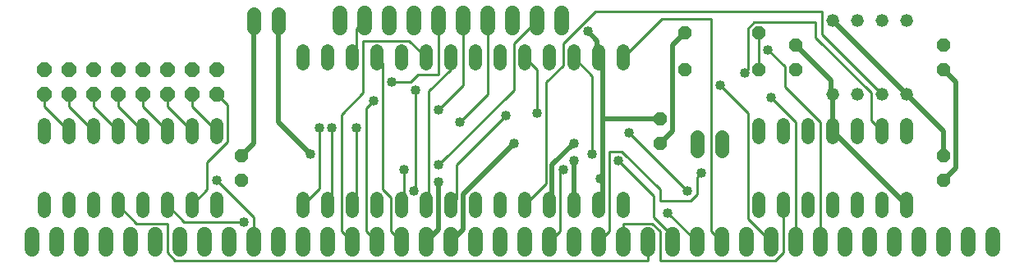
<source format=gbl>
G75*
%MOIN*%
%OFA0B0*%
%FSLAX24Y24*%
%IPPOS*%
%LPD*%
%AMOC8*
5,1,8,0,0,1.08239X$1,22.5*
%
%ADD10C,0.0520*%
%ADD11OC8,0.0600*%
%ADD12C,0.0600*%
%ADD13OC8,0.0520*%
%ADD14C,0.0520*%
%ADD15C,0.0560*%
%ADD16C,0.0200*%
%ADD17C,0.0400*%
%ADD18C,0.0100*%
D10*
X001100Y002340D02*
X001100Y002860D01*
X002100Y002860D02*
X002100Y002340D01*
X003100Y002340D02*
X003100Y002860D01*
X004100Y002860D02*
X004100Y002340D01*
X005100Y002340D02*
X005100Y002860D01*
X006100Y002860D02*
X006100Y002340D01*
X007100Y002340D02*
X007100Y002860D01*
X008100Y002860D02*
X008100Y002340D01*
X011600Y002340D02*
X011600Y002860D01*
X012600Y002860D02*
X012600Y002340D01*
X013600Y002340D02*
X013600Y002860D01*
X014600Y002860D02*
X014600Y002340D01*
X015600Y002340D02*
X015600Y002860D01*
X016600Y002860D02*
X016600Y002340D01*
X017600Y002340D02*
X017600Y002860D01*
X018600Y002860D02*
X018600Y002340D01*
X019600Y002340D02*
X019600Y002860D01*
X020600Y002860D02*
X020600Y002340D01*
X021600Y002340D02*
X021600Y002860D01*
X022600Y002860D02*
X022600Y002340D01*
X023600Y002340D02*
X023600Y002860D01*
X024600Y002860D02*
X024600Y002340D01*
X030100Y002340D02*
X030100Y002860D01*
X031100Y002860D02*
X031100Y002340D01*
X032100Y002340D02*
X032100Y002860D01*
X033100Y002860D02*
X033100Y002340D01*
X034100Y002340D02*
X034100Y002860D01*
X035100Y002860D02*
X035100Y002340D01*
X036100Y002340D02*
X036100Y002860D01*
X036100Y005340D02*
X036100Y005860D01*
X035100Y005860D02*
X035100Y005340D01*
X034100Y005340D02*
X034100Y005860D01*
X033100Y005860D02*
X033100Y005340D01*
X032100Y005340D02*
X032100Y005860D01*
X031100Y005860D02*
X031100Y005340D01*
X030100Y005340D02*
X030100Y005860D01*
X024600Y008340D02*
X024600Y008860D01*
X023600Y008860D02*
X023600Y008340D01*
X022600Y008340D02*
X022600Y008860D01*
X021600Y008860D02*
X021600Y008340D01*
X020600Y008340D02*
X020600Y008860D01*
X019600Y008860D02*
X019600Y008340D01*
X018600Y008340D02*
X018600Y008860D01*
X017600Y008860D02*
X017600Y008340D01*
X016600Y008340D02*
X016600Y008860D01*
X015600Y008860D02*
X015600Y008340D01*
X014600Y008340D02*
X014600Y008860D01*
X013600Y008860D02*
X013600Y008340D01*
X012600Y008340D02*
X012600Y008860D01*
X011600Y008860D02*
X011600Y008340D01*
X008100Y005860D02*
X008100Y005340D01*
X007100Y005340D02*
X007100Y005860D01*
X006100Y005860D02*
X006100Y005340D01*
X005100Y005340D02*
X005100Y005860D01*
X004100Y005860D02*
X004100Y005340D01*
X003100Y005340D02*
X003100Y005860D01*
X002100Y005860D02*
X002100Y005340D01*
X001100Y005340D02*
X001100Y005860D01*
D11*
X001100Y007100D03*
X002100Y007100D03*
X003100Y007100D03*
X004100Y007100D03*
X005100Y007100D03*
X006100Y007100D03*
X007100Y007100D03*
X008100Y007100D03*
X008100Y008100D03*
X007100Y008100D03*
X006100Y008100D03*
X005100Y008100D03*
X004100Y008100D03*
X003100Y008100D03*
X002100Y008100D03*
X001100Y008100D03*
D12*
X000600Y001400D02*
X000600Y000800D01*
X001600Y000800D02*
X001600Y001400D01*
X002600Y001400D02*
X002600Y000800D01*
X003600Y000800D02*
X003600Y001400D01*
X004600Y001400D02*
X004600Y000800D01*
X005600Y000800D02*
X005600Y001400D01*
X006600Y001400D02*
X006600Y000800D01*
X007600Y000800D02*
X007600Y001400D01*
X008600Y001400D02*
X008600Y000800D01*
X009600Y000800D02*
X009600Y001400D01*
X010600Y001400D02*
X010600Y000800D01*
X011600Y000800D02*
X011600Y001400D01*
X012600Y001400D02*
X012600Y000800D01*
X013600Y000800D02*
X013600Y001400D01*
X014600Y001400D02*
X014600Y000800D01*
X015600Y000800D02*
X015600Y001400D01*
X016600Y001400D02*
X016600Y000800D01*
X017600Y000800D02*
X017600Y001400D01*
X018600Y001400D02*
X018600Y000800D01*
X019600Y000800D02*
X019600Y001400D01*
X020600Y001400D02*
X020600Y000800D01*
X021600Y000800D02*
X021600Y001400D01*
X022600Y001400D02*
X022600Y000800D01*
X023600Y000800D02*
X023600Y001400D01*
X024600Y001400D02*
X024600Y000800D01*
X025600Y000800D02*
X025600Y001400D01*
X026600Y001400D02*
X026600Y000800D01*
X027600Y000800D02*
X027600Y001400D01*
X028600Y001400D02*
X028600Y000800D01*
X029600Y000800D02*
X029600Y001400D01*
X030600Y001400D02*
X030600Y000800D01*
X031600Y000800D02*
X031600Y001400D01*
X032600Y001400D02*
X032600Y000800D01*
X033600Y000800D02*
X033600Y001400D01*
X034600Y001400D02*
X034600Y000800D01*
X035600Y000800D02*
X035600Y001400D01*
X036600Y001400D02*
X036600Y000800D01*
X037600Y000800D02*
X037600Y001400D01*
X038600Y001400D02*
X038600Y000800D01*
X039600Y000800D02*
X039600Y001400D01*
X022100Y009800D02*
X022100Y010400D01*
X021100Y010400D02*
X021100Y009800D01*
X020100Y009800D02*
X020100Y010400D01*
X019100Y010400D02*
X019100Y009800D01*
X018100Y009800D02*
X018100Y010400D01*
X017100Y010400D02*
X017100Y009800D01*
X016100Y009800D02*
X016100Y010400D01*
X015100Y010400D02*
X015100Y009800D01*
X014100Y009800D02*
X014100Y010400D01*
X013100Y010400D02*
X013100Y009800D01*
D13*
X026100Y006100D03*
X026100Y005100D03*
X027100Y008100D03*
X030100Y008100D03*
X031600Y008100D03*
X031600Y009100D03*
X030100Y009600D03*
X027100Y009600D03*
X037600Y009100D03*
X037600Y008100D03*
X037600Y004600D03*
X037600Y003600D03*
X009100Y003600D03*
X009100Y004600D03*
D14*
X033100Y007100D03*
X034100Y007100D03*
X035100Y007100D03*
X036100Y007100D03*
X036100Y010100D03*
X035100Y010100D03*
X034100Y010100D03*
X033100Y010100D03*
D15*
X028600Y005380D02*
X028600Y004820D01*
X027600Y004820D02*
X027600Y005380D01*
X010600Y009820D02*
X010600Y010380D01*
X009600Y010380D02*
X009600Y009820D01*
D16*
X009600Y010100D02*
X009600Y005100D01*
X009100Y004600D01*
X010600Y005975D02*
X011913Y004663D01*
X010600Y005975D02*
X010600Y010100D01*
X023163Y009663D02*
X023538Y009288D01*
X023538Y008663D01*
X023600Y008600D01*
X023788Y008413D01*
X023788Y006100D01*
X026100Y006100D01*
X026600Y005600D02*
X026100Y005100D01*
X026600Y005600D02*
X026600Y009100D01*
X027100Y009600D01*
X031600Y009100D02*
X033038Y007663D01*
X033038Y007163D01*
X033100Y007100D01*
X033100Y005600D01*
X036100Y002600D01*
X037600Y003600D02*
X038100Y004100D01*
X038100Y007600D01*
X037600Y008100D01*
X036100Y007100D02*
X033100Y010100D01*
X036100Y007100D02*
X037600Y005600D01*
X037600Y004600D01*
X023788Y003663D02*
X023788Y002788D01*
X023600Y002600D01*
X022600Y002600D02*
X022600Y004413D01*
X022600Y005100D02*
X021725Y004225D01*
X021725Y002725D01*
X021600Y002600D01*
X023663Y003663D02*
X023788Y003663D01*
X023788Y006100D01*
X020163Y005100D02*
X018100Y003038D01*
X018100Y001600D01*
X017600Y001100D01*
X017100Y001600D02*
X016600Y001100D01*
X017100Y001600D02*
X017100Y003538D01*
D17*
X017100Y003538D03*
X016100Y003163D03*
X015725Y004038D03*
X017100Y004225D03*
X020163Y005100D03*
X022600Y005100D03*
X023350Y004663D03*
X022600Y004413D03*
X022163Y004038D03*
X023663Y003663D03*
X024413Y004413D03*
X027788Y003913D03*
X027225Y003163D03*
X026413Y002288D03*
X024850Y005538D03*
X021100Y006350D03*
X019850Y006225D03*
X017975Y005975D03*
X017100Y006475D03*
X016163Y007288D03*
X015225Y007600D03*
X014475Y006850D03*
X013788Y005725D03*
X012788Y005725D03*
X012288Y005725D03*
X011913Y004663D03*
X008100Y003600D03*
X009225Y001913D03*
X028538Y007475D03*
X029538Y007975D03*
X030475Y008913D03*
X030600Y006975D03*
X023163Y009663D03*
D18*
X023475Y010475D02*
X022163Y009163D01*
X022163Y008288D01*
X021475Y007600D01*
X021475Y003475D01*
X020600Y002600D01*
X017850Y002850D02*
X017600Y002600D01*
X017850Y002850D02*
X017850Y004225D01*
X019850Y006225D01*
X019100Y007100D02*
X017975Y005975D01*
X017100Y006475D02*
X018100Y007475D01*
X018100Y010100D01*
X017100Y010100D02*
X017100Y007913D01*
X016288Y007913D01*
X015975Y007600D01*
X015225Y007600D01*
X016163Y007288D02*
X016163Y003225D01*
X016100Y003163D01*
X015163Y002913D02*
X015163Y001538D01*
X015600Y001100D01*
X014600Y001100D02*
X014163Y001538D01*
X014163Y006538D01*
X014475Y006850D01*
X014038Y007163D02*
X013163Y006288D01*
X013163Y001538D01*
X013600Y001100D01*
X009600Y001100D02*
X009600Y002100D01*
X008100Y003600D01*
X007725Y003225D02*
X007725Y004350D01*
X008538Y005163D01*
X008538Y006663D01*
X008100Y007100D01*
X007100Y007100D02*
X007100Y006600D01*
X008100Y005600D01*
X007100Y005600D02*
X006100Y006600D01*
X006100Y007100D01*
X005100Y007100D02*
X005100Y006600D01*
X006100Y005600D01*
X005100Y005600D02*
X004100Y006600D01*
X004100Y007100D01*
X003100Y007100D02*
X003100Y006600D01*
X004100Y005600D01*
X003100Y005600D02*
X002100Y006600D01*
X002100Y007100D01*
X001100Y007100D02*
X001100Y006600D01*
X002100Y005600D01*
X007100Y002600D02*
X007725Y003225D01*
X006788Y001913D02*
X006100Y002600D01*
X004850Y001850D02*
X004100Y002600D01*
X004850Y001850D02*
X006100Y001850D01*
X006100Y000663D01*
X006413Y000350D01*
X025600Y000350D01*
X025600Y001100D01*
X026600Y001100D02*
X026600Y001350D01*
X025850Y002100D01*
X025850Y002975D01*
X024413Y004413D01*
X024538Y004788D02*
X024038Y004788D01*
X024038Y001538D01*
X023600Y001100D01*
X024600Y001100D02*
X024600Y001850D01*
X025788Y001850D01*
X026100Y001538D01*
X026100Y000350D01*
X030788Y000350D01*
X031100Y000663D01*
X031100Y002600D01*
X029663Y002038D02*
X030600Y001100D01*
X031600Y001100D02*
X031600Y005975D01*
X030600Y006975D01*
X031163Y007413D02*
X032600Y005975D01*
X032600Y001100D01*
X029663Y002038D02*
X029663Y006350D01*
X028538Y007475D01*
X029538Y007975D02*
X029663Y008100D01*
X029663Y009788D01*
X029913Y010038D01*
X032413Y010038D01*
X032413Y009413D01*
X034663Y007163D01*
X034663Y006038D01*
X035100Y005600D01*
X035100Y007100D02*
X032663Y009538D01*
X032663Y010475D01*
X023475Y010475D01*
X021100Y010100D02*
X020163Y009163D01*
X020163Y007288D01*
X017100Y004225D01*
X015725Y004038D02*
X015725Y002725D01*
X015600Y002600D01*
X016600Y002600D02*
X016725Y002725D01*
X016725Y007225D01*
X017600Y008100D01*
X017600Y008600D01*
X016600Y008600D02*
X015913Y009288D01*
X014038Y009288D01*
X014038Y007163D01*
X014850Y008350D02*
X014850Y003225D01*
X015163Y002913D01*
X013788Y002788D02*
X013600Y002600D01*
X013788Y002788D02*
X013788Y005725D01*
X012788Y005725D02*
X012788Y002788D01*
X012600Y002600D01*
X012288Y003288D02*
X011600Y002600D01*
X012288Y003288D02*
X012288Y005725D01*
X019100Y007100D02*
X019100Y010100D01*
X020600Y008600D02*
X021100Y008100D01*
X021100Y006350D01*
X024850Y005538D02*
X027225Y003163D01*
X027350Y002788D02*
X027600Y003038D01*
X027600Y003725D01*
X027788Y003913D01*
X026100Y003225D02*
X024538Y004788D01*
X023350Y004663D02*
X023350Y007850D01*
X022600Y008600D01*
X024600Y008600D02*
X026163Y010163D01*
X028163Y010163D01*
X028163Y001538D01*
X028600Y001100D01*
X027600Y001100D02*
X026413Y002288D01*
X026100Y002788D02*
X026100Y003225D01*
X026100Y002788D02*
X027350Y002788D01*
X022163Y004038D02*
X022038Y003913D01*
X022038Y001538D01*
X021600Y001100D01*
X009225Y001913D02*
X006788Y001913D01*
X014600Y008600D02*
X014850Y008350D01*
X013788Y008788D02*
X013600Y008600D01*
X013788Y008788D02*
X013788Y009788D01*
X014100Y010100D01*
X030100Y009600D02*
X030100Y008100D01*
X030475Y008913D02*
X031163Y008225D01*
X031163Y007413D01*
M02*

</source>
